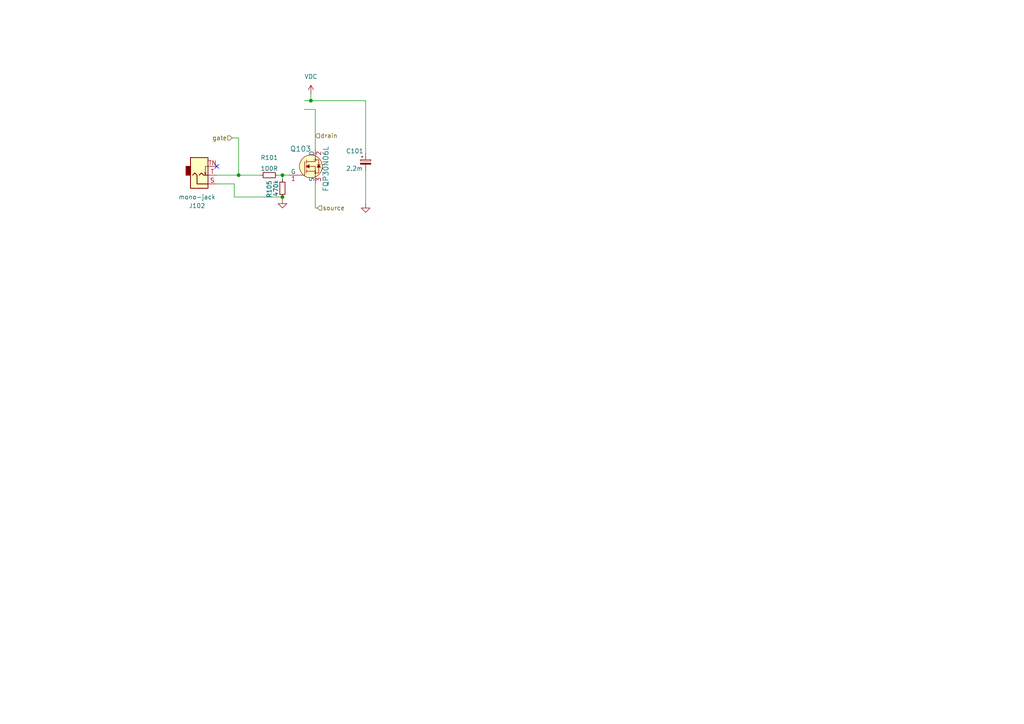
<source format=kicad_sch>
(kicad_sch (version 20230121) (generator eeschema)
  (paper "A4")
  (lib_symbols
    (symbol "Device:C_Polarized_Small" (pin_numbers hide) (pin_names (offset 0.254) hide)
      (property "Reference" "C" (at 0.254 1.778 0))
      (property "Value" "C_Polarized_Small" (at 0.254 -2.032 0))
      (symbol "C_Polarized_Small_0_1"
        (rectangle (start -1.524 -0.3048) (end 1.524 -0.6858) (fill (type outline)))
        (rectangle (start -1.524 0.6858) (end 1.524 0.3048))
        (polyline (pts (xy -1.27 1.524) (xy -0.762 1.524)))
        (polyline (pts (xy -1.016 1.27) (xy -1.016 1.778)))
      )
      (symbol "C_Polarized_Small_1_1"
        (pin passive line (at 0 2.54 270) (length 1.8542) (name "~") (number "1"))
        (pin passive line (at 0 -2.54 90) (length 1.8542) (name "~") (number "2"))
      )
    )
    (symbol "Device:R_Small" (pin_numbers hide) (pin_names (offset 0.254) hide)
      (property "Reference" "R" (at 0.762 0.508 0))
      (property "Value" "R_Small" (at 0.762 -1.016 0))
      (symbol "R_Small_0_1"
        (rectangle (start -0.762 1.778) (end 0.762 -1.778) (stroke (width 0.2032)))
      )
      (symbol "R_Small_1_1"
        (pin passive line (at 0 2.54 270) (length 0.762) (name "~") (number "1"))
        (pin passive line (at 0 -2.54 90) (length 0.762) (name "~") (number "2"))
      )
    )
    (symbol "knob-fondler:mono-jack" (pin_names (offset 1.016))
      (property "Reference" "J" (at -0.254 10.414 0))
      (property "Value" "mono-jack" (at 0 0 0))
      (symbol "mono-jack_0_1"
        (rectangle (start -3.81 5.08) (end -5.08 2.54) (stroke (width 0.254)) (fill (type outline)))
        (polyline (pts (xy 0.508 4.826) (xy 0.762 4.318)))
        (polyline (pts (xy -1.27 5.08) (xy -0.635 4.445) (xy 0 5.08) (xy 1.27 5.08)) (stroke (width 0.254)))
        (polyline (pts (xy 1.27 2.54) (xy 0.508 2.54) (xy 0.508 4.826) (xy 0.254 4.318)))
        (polyline (pts (xy 1.27 7.62) (xy -1.905 7.62) (xy -1.905 5.08) (xy -2.54 4.445) (xy -3.175 5.08)) (stroke (width 0.254)))
        (rectangle (start 1.27 8.89) (end -3.81 0) (stroke (width 0.254)) (fill (type background)))
      )
      (symbol "mono-jack_1_1"
        (pin passive line (at 3.81 7.62 180) (length 2.54) (name "~") (number "S"))
        (pin passive line (at 3.81 5.08 180) (length 2.54) (name "~") (number "T"))
        (pin passive line (at 3.81 2.54 180) (length 2.54) (name "~") (number "TN"))
      )
    )
    (symbol "matterwave:FQP30N06L" (pin_names (offset 0))
      (property "Reference" "Q" (at -2.6924 3.6322 0))
      (property "Value" "FQP30N06L" (at 3.4544 0 90))
      (symbol "FQP30N06L_0_1"
        (circle (center -1.27 0) (radius 3.302) (fill (type background)))
        (circle (center 0 -1.905) (radius 0.127))
        (circle (center 0 -1.397) (radius 0.127))
        (polyline (pts (xy 0 -1.397) (xy -2.54 -1.397)))
        (polyline (pts (xy -5.08 -2.54) (xy -3.048 -2.54) (xy -3.048 1.397)))
        (polyline (pts (xy 0 -2.54) (xy 0 0) (xy -2.54 0)))
        (polyline (pts (xy 0 2.54) (xy 0 1.397) (xy -2.54 1.397)))
        (polyline (pts (xy -0.127 -1.905) (xy 1.016 -1.905) (xy 1.016 1.397) (xy 1.016 1.905) (xy -0.127 1.905)))
        (circle (center 0 1.905) (radius 0.127))
      )
      (symbol "FQP30N06L_1_1"
        (polyline (pts (xy -2.54 -1.397) (xy -2.54 -1.905)))
        (polyline (pts (xy -2.54 -1.397) (xy -2.54 -0.889)))
        (polyline (pts (xy -2.54 0) (xy -2.54 -0.508)))
        (polyline (pts (xy -2.54 0) (xy -2.54 0.508)))
        (polyline (pts (xy -2.54 1.905) (xy -2.54 0.889)))
        (polyline (pts (xy 1.524 0.508) (xy 0.508 0.508)))
        (polyline (pts (xy -2.54 0) (xy -1.778 0.508) (xy -1.778 -0.508) (xy -2.54 0)) (fill (type outline)))
        (polyline (pts (xy 1.016 0.508) (xy 0.508 -0.254) (xy 1.524 -0.254) (xy 1.016 0.508)) (fill (type outline)))
        (pin bidirectional line (at -7.62 -2.54 0) (length 2.54) (name "G") (number "1"))
        (pin bidirectional line (at 0 5.08 270) (length 2.54) (name "D") (number "2"))
        (pin bidirectional line (at 0 -5.08 90) (length 2.54) (name "S") (number "3"))
      )
    )
    (symbol "power:GND" (power) (pin_names (offset 0))
      (property "Value" "GND" (at 0 -3.81 0))
      (symbol "GND_0_1"
        (polyline (pts (xy 0 0) (xy 0 -1.27) (xy 1.27 -1.27) (xy 0 -2.54) (xy -1.27 -1.27) (xy 0 -1.27)))
      )
      (symbol "GND_1_1"
        (pin power_in line (at 0 0 270) (length 0) hide (name "GND") (number "1"))
      )
    )
    (symbol "power:VDC" (power) (pin_names (offset 0))
      (property "Value" "VDC" (at 0 6.35 0))
      (symbol "VDC_0_1"
        (polyline (pts (xy -0.762 1.27) (xy 0 2.54)))
        (polyline (pts (xy 0 0) (xy 0 2.54)))
        (polyline (pts (xy 0 2.54) (xy 0.762 1.27)))
      )
      (symbol "VDC_1_1"
        (pin power_in line (at 0 0 90) (length 0) hide (name "VDC") (number "1"))
      )
    )
  )
  (junction (at 69.215 50.8))
  (junction (at 90.17 29.21))
  (junction (at 81.915 50.8))
  (junction (at 81.915 57.15))
  (no_connect (at 62.865 48.26))
  (wire (pts (xy 69.215 50.8) (xy 69.215 40.005)))
  (wire (pts (xy 80.645 50.8) (xy 81.915 50.8)))
  (wire (pts (xy 62.865 50.8) (xy 69.215 50.8)))
  (wire (pts (xy 81.915 50.8) (xy 81.915 52.07)))
  (wire (pts (xy 91.44 60.325) (xy 92.075 60.325)))
  (wire (pts (xy 91.44 53.34) (xy 91.44 60.325)))
  (wire (pts (xy 88.265 31.75) (xy 91.44 31.75)))
  (wire (pts (xy 106.045 49.53) (xy 106.045 59.055)))
  (wire (pts (xy 81.915 50.8) (xy 83.82 50.8)))
  (wire (pts (xy 106.045 29.21) (xy 106.045 44.45)))
  (wire (pts (xy 67.945 57.15) (xy 81.915 57.15)))
  (wire (pts (xy 81.915 57.15) (xy 81.915 57.785)))
  (wire (pts (xy 67.945 53.34) (xy 67.945 57.15)))
  (wire (pts (xy 90.17 27.305) (xy 90.17 29.21)))
  (wire (pts (xy 90.17 29.21) (xy 88.265 29.21)))
  (wire (pts (xy 91.44 31.75) (xy 91.44 43.18)))
  (wire (pts (xy 90.17 29.21) (xy 106.045 29.21)))
  (wire (pts (xy 69.215 50.8) (xy 75.565 50.8)))
  (wire (pts (xy 69.215 40.005) (xy 67.31 40.005)))
  (wire (pts (xy 62.865 53.34) (xy 67.945 53.34)))
  (hierarchical_label "gate" (shape input) (at 67.31 40.005 180))
  (hierarchical_label "drain" (shape input) (at 91.44 39.37 0))
  (hierarchical_label "source" (shape input) (at 92.075 60.325 0))
  (symbol (lib_id "matterwave:FQP30N06L") (at 91.44 48.26 0) (unit 1)
    (property "Reference" "Q103" (at 84.074 43.18 0) (effects (font (size 1.524 1.524)) (justify left)))
    (property "Value" "FQP30N06L" (at 94.488 55.626 90) (effects (font (size 1.524 1.524)) (justify left)))
    (property "Footprint" "Package_TO_SOT_THT:TO-220-3_Vertical" (effects hide))
    (property "Datasheet" "https://www.onsemi.com/pub/Collateral/FQP30N06L-D.pdf" (effects hide))
    (property "Digi-Key_PN" "FQP30N06L-ND" (effects hide))
    (property "MPN" "FQP30N06L" (effects hide))
    (property "Category" "Discrete Semiconductor Products" (effects hide))
    (property "Family" "Transistors - FETs, MOSFETs - Single" (effects hide))
    (property "DK_Datasheet_Link" "https://www.onsemi.com/pub/Collateral/FQP30N06L-D.pdf" (effects hide))
    (property "DK_Detail_Page" "/product-detail/en/on-semiconductor/FQP30N06L/FQP30N06L-ND/1055122" (effects hide))
    (property "Description" "MOSFET N-CH 60V 32A TO-220" (effects hide))
    (property "Manufacturer" "ON Semiconductor" (effects hide))
    (property "Status" "Active" (effects hide))
    (instances (project "strobe-controller" (path "" (reference "Q103") (unit 1)) (path "" (reference "Q201") (unit 1)) (path "" (reference "Q301") (unit 1)) (path "" (reference "Q401") (unit 1)) (path "" (reference "Q501") (unit 1))))
  )
  (symbol (lib_id "Device:R_Small") (at 78.105 50.8 90) (unit 1)
    (property "Reference" "R101" (at 78.105 45.72 90))
    (property "Value" "100R" (at 78.105 48.895 90))
    (property "Footprint" "Resistor_SMD:R_0603_1608Metric" (effects hide))
    (property "jlcpcb" "C22775" (effects hide))
    (instances (project "strobe-controller" (path "" (reference "R101") (unit 1)) (path "" (reference "R201") (unit 1)) (path "" (reference "R301") (unit 1)) (path "" (reference "R401") (unit 1)) (path "" (reference "R501") (unit 1))))
  )
  (symbol (lib_id "power:GND") (at 106.045 59.055 0) (unit 1)
    (property "Reference" "#PWR0104" (effects hide))
    (property "Value" "GND" (effects hide))
    (instances (project "strobe-controller" (path "" (reference "#PWR0104") (unit 1)) (path "" (reference "#PWR0202") (unit 1)) (path "" (reference "#PWR0303") (unit 1)) (path "" (reference "#PWR0403") (unit 1)) (path "" (reference "#PWR0503") (unit 1))))
  )
  (symbol (lib_id "Device:C_Polarized_Small") (at 106.045 46.99 0) (unit 1)
    (property "Reference" "C101" (at 100.33 43.815 0) (effects (justify left)))
    (property "Value" "2.2m" (at 100.33 48.895 0) (effects (justify left)))
    (property "Footprint" "Capacitor_THT:CP_Radial_D25.0mm_P10.00mm_SnapIn" (effects hide))
    (property "digikey" "  493-1154-ND" (effects hide))
    (instances (project "strobe-controller" (path "" (reference "C101") (unit 1)) (path "" (reference "C201") (unit 1)) (path "" (reference "C301") (unit 1)) (path "" (reference "C401") (unit 1)) (path "" (reference "C501") (unit 1))))
  )
  (symbol (lib_id "knob-fondler:mono-jack") (at 59.055 45.72 0) (mirror x) (unit 1)
    (property "Reference" "J102" (at 57.15 59.69 0))
    (property "Value" "mono-jack" (at 57.15 57.15 0))
    (property "Footprint" "AudioJacks:Jack_3.5mm_QingPu_WQP-PJ301M-12_Vertical" (effects hide))
    (property "Vendor" "Thonk" (effects hide))
    (property "PN" "PJ398SM" (effects hide))
    (property "Link" "https://www.thonk.co.uk/shop/thonkiconn/" (effects hide))
    (instances (project "strobe-controller" (path "" (reference "J102") (unit 1)) (path "" (reference "J202") (unit 1)) (path "" (reference "J302") (unit 1)) (path "" (reference "J402") (unit 1)) (path "" (reference "J502") (unit 1))))
  )
  (symbol (lib_id "power:VDC") (at 90.17 27.305 0) (unit 1)
    (property "Reference" "#PWR0113" (effects hide))
    (property "Value" "VDC" (at 90.17 22.225 0))
    (instances (project "strobe-controller" (path "" (reference "#PWR0113") (unit 1)) (path "" (reference "#PWR0203") (unit 1)) (path "" (reference "#PWR0301") (unit 1)) (path "" (reference "#PWR0401") (unit 1)) (path "" (reference "#PWR0501") (unit 1))))
  )
  (symbol (lib_id "power:GND") (at 81.915 57.785 0) (unit 1)
    (property "Reference" "#PWR0104" (effects hide))
    (property "Value" "GND" (effects hide))
    (instances (project "strobe-controller" (path "" (reference "#PWR0104") (unit 1)) (path "" (reference "#PWR0201") (unit 1)) (path "" (reference "#PWR0302") (unit 1)) (path "" (reference "#PWR0402") (unit 1)) (path "" (reference "#PWR0502") (unit 1))))
  )
  (symbol (lib_id "Device:R_Small") (at 81.915 54.61 180) (unit 1)
    (property "Reference" "R105" (at 78.105 54.864 90))
    (property "Value" "470k" (at 80.01 54.61 90))
    (property "Footprint" "Resistor_SMD:R_0603_1608Metric" (effects hide))
    (property "jlcpcb" "C23178" (effects hide))
    (instances (project "strobe-controller" (path "" (reference "R105") (unit 1)) (path "" (reference "R202") (unit 1)) (path "" (reference "R302") (unit 1)) (path "" (reference "R402") (unit 1)) (path "" (reference "R502") (unit 1))))
  )
)
</source>
